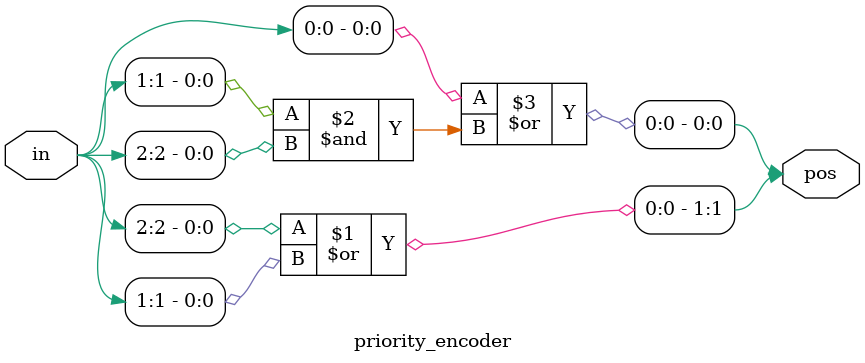
<source format=v>
module priority_encoder( 
input [2:0] in,
output reg [1:0] pos ); 
// When sel=1, assign b to out
assign pos[1] = in[2] | in[1];
assign pos[0] = in[0] | (in[1] & in[2]);
endmodule

</source>
